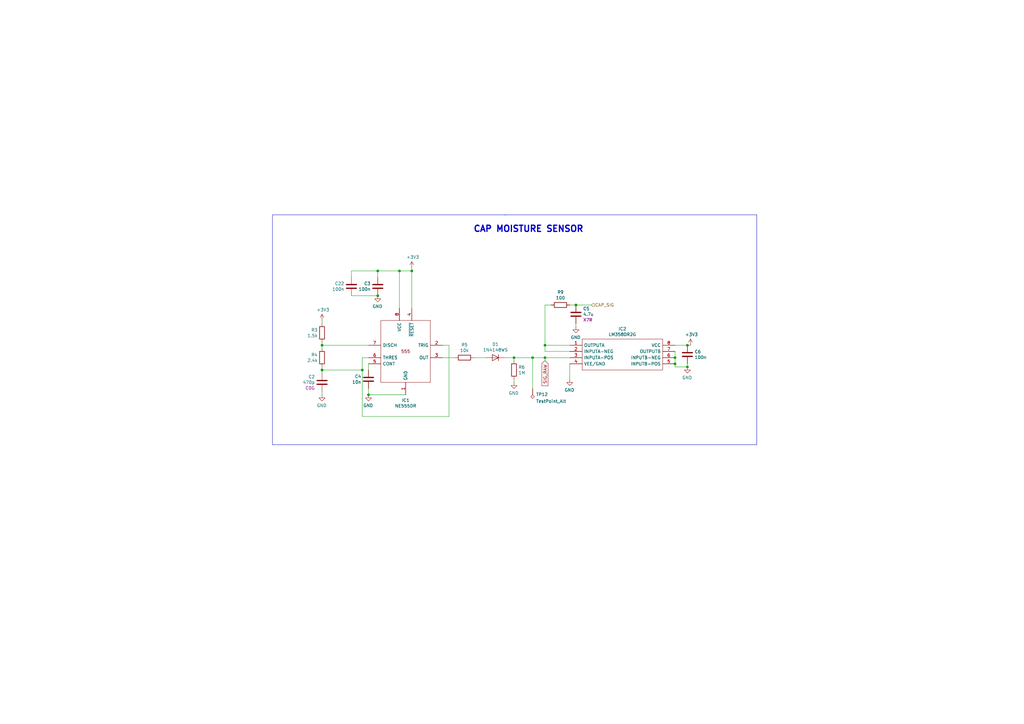
<source format=kicad_sch>
(kicad_sch (version 20231120) (generator "eeschema") (generator_version "8.0")
  (paper "A3")
  (title_block (title "Plant Bot") (date "2025-01-11") (rev "F"))
  (lib_symbols
    (symbol "Capacitor_JLC:100n" (pin_numbers hide) (pin_names (offset 0.254))
      (property "Reference" "C" (at 0.635 2.54 0))
      (property "Value" "100n" (at 0.635 -2.54 0))
      (symbol "100n_0_1"
        (polyline (pts (xy -2.032 -0.762) (xy 2.032 -0.762)) (stroke (width 0.508)))
        (polyline (pts (xy -2.032 0.762) (xy 2.032 0.762)) (stroke (width 0.508)))
      )
      (symbol "100n_1_1"
        (pin passive line (at 0 3.81 270) (length 2.794) (name "~") (number "1"))
        (pin passive line (at 0 -3.81 90) (length 2.794) (name "~") (number "2"))
      )
    )
    (symbol "Capacitor_JLC:10n" (pin_numbers hide) (pin_names (offset 0.254))
      (property "Reference" "C" (at 0.635 2.54 0))
      (property "Value" "10n" (at 0.635 -2.54 0))
      (symbol "10n_0_1"
        (polyline (pts (xy -2.032 -0.762) (xy 2.032 -0.762)) (stroke (width 0.508)))
        (polyline (pts (xy -2.032 0.762) (xy 2.032 0.762)) (stroke (width 0.508)))
      )
      (symbol "10n_1_1"
        (pin passive line (at 0 3.81 270) (length 2.794) (name "~") (number "1"))
        (pin passive line (at 0 -3.81 90) (length 2.794) (name "~") (number "2"))
      )
    )
    (symbol "Capacitor_JLC:4.7u" (pin_numbers hide) (pin_names (offset 0.254))
      (property "Reference" "C" (at 0.635 2.54 0))
      (property "Value" "4.7u" (at 0.635 -2.54 0))
      (property "Type" "X7R" (at 0 0 0))
      (symbol "4.7u_0_1"
        (polyline (pts (xy -2.032 -0.762) (xy 2.032 -0.762)) (stroke (width 0.508)))
        (polyline (pts (xy -2.032 0.762) (xy 2.032 0.762)) (stroke (width 0.508)))
      )
      (symbol "4.7u_1_1"
        (pin passive line (at 0 3.81 270) (length 2.794) (name "~") (number "1"))
        (pin passive line (at 0 -3.81 90) (length 2.794) (name "~") (number "2"))
      )
    )
    (symbol "Capacitor_JLC:470p" (pin_numbers hide) (pin_names (offset 0.254))
      (property "Reference" "C" (at 0.635 2.54 0))
      (property "Value" "470p" (at 0.635 -2.54 0))
      (property "Type" "C0G" (at 0 0 0))
      (symbol "470p_0_1"
        (polyline (pts (xy -2.032 -0.762) (xy 2.032 -0.762)) (stroke (width 0.508)))
        (polyline (pts (xy -2.032 0.762) (xy 2.032 0.762)) (stroke (width 0.508)))
      )
      (symbol "470p_1_1"
        (pin passive line (at 0 3.81 270) (length 2.794) (name "~") (number "1"))
        (pin passive line (at 0 -3.81 90) (length 2.794) (name "~") (number "2"))
      )
    )
    (symbol "Diode_JLC:1N4148WS" (pin_numbers hide) (pin_names (offset 1.016) hide)
      (property "Reference" "D" (at 0 2.54 0))
      (property "Value" "1N4148WS" (at 0 -2.54 0))
      (symbol "1N4148WS_0_1"
        (polyline (pts (xy -1.27 1.27) (xy -1.27 -1.27)) (stroke (width 0.2032)))
        (polyline (pts (xy 1.27 0) (xy -1.27 0)))
        (polyline (pts (xy 1.27 1.27) (xy 1.27 -1.27) (xy -1.27 0) (xy 1.27 1.27)) (stroke (width 0.2032)))
      )
      (symbol "1N4148WS_1_1"
        (pin passive line (at -3.81 0 0) (length 2.54) (name "K") (number "1"))
        (pin passive line (at 3.81 0 180) (length 2.54) (name "A") (number "2"))
      )
    )
    (symbol "Misc_JLC:NE555DR" (pin_names (offset 0.762))
      (property "Reference" "IC" (at 25.4 17.78 0))
      (property "Value" "NE555DR" (at 25.4 15.24 0))
      (symbol "NE555DR_0_0"
        (pin power_in line (at 15.24 -20.32 90) (length 5.08) (name "GND") (number "1"))
        (pin input line (at 0 0 0) (length 5.08) (name "TRIG") (number "2"))
        (pin output line (at 0 -5.08 0) (length 5.08) (name "OUT") (number "3"))
        (pin input line (at 12.7 15.24 270) (length 5.08) (name "~{RESET}") (number "4"))
        (pin bidirectional line (at 30.48 -7.62 180) (length 5.08) (name "CONT") (number "5"))
        (pin input line (at 30.48 -5.08 180) (length 5.08) (name "THRES") (number "6"))
        (pin output line (at 30.48 0 180) (length 5.08) (name "DISCH") (number "7"))
        (pin power_in line (at 17.78 15.24 270) (length 5.08) (name "VCC") (number "8"))
      )
      (symbol "NE555DR_0_1"
        (polyline (pts (xy 5.08 10.16) (xy 25.4 10.16) (xy 25.4 -15.24) (xy 5.08 -15.24) (xy 5.08 10.16)) (stroke (width 0.1524)))
        (text "555" (at 15.24 -2.54 0) (effects (font (size 1.27 1.27))))
      )
    )
    (symbol "Power-Drivers_JLC:LM358DR2G" (pin_names (offset 0.762))
      (property "Reference" "IC" (at 39.37 7.62 0))
      (property "Value" "LM358DR2G" (at 39.37 5.08 0))
      (symbol "LM358DR2G_0_0"
        (pin output line (at 0 0 0) (length 5.08) (name "OUTPUTA") (number "1"))
        (pin input line (at 0 -2.54 0) (length 5.08) (name "INPUTA-NEG") (number "2"))
        (pin input line (at 0 -5.08 0) (length 5.08) (name "INPUTA-POS") (number "3"))
        (pin power_in line (at 0 -7.62 0) (length 5.08) (name "VEE/GND") (number "4"))
        (pin input line (at 43.18 -7.62 180) (length 5.08) (name "INPUTB-POS") (number "5"))
        (pin input line (at 43.18 -5.08 180) (length 5.08) (name "INPUTB-NEG") (number "6"))
        (pin output line (at 43.18 -2.54 180) (length 5.08) (name "OUTPUTB") (number "7"))
        (pin power_in line (at 43.18 0 180) (length 5.08) (name "VCC") (number "8"))
      )
      (symbol "LM358DR2G_0_1"
        (polyline (pts (xy 5.08 2.54) (xy 38.1 2.54) (xy 38.1 -10.16) (xy 5.08 -10.16) (xy 5.08 2.54)) (stroke (width 0.1524)))
      )
    )
    (symbol "Resistor_JLC:1.5k" (pin_numbers hide) (pin_names (offset 0))
      (property "Reference" "R" (at 2.032 0 90))
      (property "Value" "1.5k" (at 0 0 90))
      (symbol "1.5k_0_1"
        (rectangle (start -1.016 -2.54) (end 1.016 2.54) (stroke (width 0.254)))
      )
      (symbol "1.5k_1_1"
        (pin passive line (at 0 3.81 270) (length 1.27) (name "~") (number "1"))
        (pin passive line (at 0 -3.81 90) (length 1.27) (name "~") (number "2"))
      )
    )
    (symbol "Resistor_JLC:100" (pin_numbers hide) (pin_names (offset 0))
      (property "Reference" "R" (at 2.032 0 90))
      (property "Value" "100" (at 0 0 90))
      (symbol "100_0_1"
        (rectangle (start -1.016 -2.54) (end 1.016 2.54) (stroke (width 0.254)))
      )
      (symbol "100_1_1"
        (pin passive line (at 0 3.81 270) (length 1.27) (name "~") (number "1"))
        (pin passive line (at 0 -3.81 90) (length 1.27) (name "~") (number "2"))
      )
    )
    (symbol "Resistor_JLC:10k" (pin_numbers hide) (pin_names (offset 0))
      (property "Reference" "R" (at 2.032 0 90))
      (property "Value" "10k" (at 0 0 90))
      (symbol "10k_0_1"
        (rectangle (start -1.016 -2.54) (end 1.016 2.54) (stroke (width 0.254)))
      )
      (symbol "10k_1_1"
        (pin passive line (at 0 3.81 270) (length 1.27) (name "~") (number "1"))
        (pin passive line (at 0 -3.81 90) (length 1.27) (name "~") (number "2"))
      )
    )
    (symbol "Resistor_JLC:1M" (pin_numbers hide) (pin_names (offset 0))
      (property "Reference" "R" (at 2.032 0 90))
      (property "Value" "1M" (at 0 0 90))
      (symbol "1M_0_1"
        (rectangle (start -1.016 -2.54) (end 1.016 2.54) (stroke (width 0.254)))
      )
      (symbol "1M_1_1"
        (pin passive line (at 0 3.81 270) (length 1.27) (name "~") (number "1"))
        (pin passive line (at 0 -3.81 90) (length 1.27) (name "~") (number "2"))
      )
    )
    (symbol "Resistor_JLC:2.4k" (pin_numbers hide) (pin_names (offset 0))
      (property "Reference" "R" (at 2.032 0 90))
      (property "Value" "2.4k" (at 0 0 90))
      (symbol "2.4k_0_1"
        (rectangle (start -1.016 -2.54) (end 1.016 2.54) (stroke (width 0.254)))
      )
      (symbol "2.4k_1_1"
        (pin passive line (at 0 3.81 270) (length 1.27) (name "~") (number "1"))
        (pin passive line (at 0 -3.81 90) (length 1.27) (name "~") (number "2"))
      )
    )
    (symbol "personal:TestPoint_Alt" (pin_numbers hide) (pin_names (offset 0.762) hide)
      (property "Reference" "TP" (at 0 6.858 0))
      (property "Value" "TestPoint_Alt" (at 0 5.08 0))
      (symbol "TestPoint_Alt_0_1"
        (polyline (pts (xy 0 2.54) (xy -0.762 3.302) (xy 0 4.064) (xy 0.762 3.302) (xy 0 2.54)))
      )
      (symbol "TestPoint_Alt_1_1"
        (pin passive line (at 0 0 90) (length 2.54) (name "1") (number "1"))
      )
    )
    (symbol "power:+3V3" (power) (pin_names (offset 0))
      (property "Value" "+3V3" (at 0 3.556 0))
      (symbol "+3V3_0_1"
        (polyline (pts (xy -0.762 1.27) (xy 0 2.54)))
        (polyline (pts (xy 0 0) (xy 0 2.54)))
        (polyline (pts (xy 0 2.54) (xy 0.762 1.27)))
      )
      (symbol "+3V3_1_1"
        (pin power_in line (at 0 0 90) (length 0) hide (name "+3V3") (number "1"))
      )
    )
    (symbol "power:GND" (power) (pin_names (offset 0))
      (property "Value" "GND" (at 0 -3.81 0))
      (symbol "GND_0_1"
        (polyline (pts (xy 0 0) (xy 0 -1.27) (xy 1.27 -1.27) (xy 0 -2.54) (xy -1.27 -1.27) (xy 0 -1.27)))
      )
      (symbol "GND_1_1"
        (pin power_in line (at 0 0 270) (length 0) hide (name "GND") (number "1"))
      )
    )
  )
  (junction (at 210.82 146.685))
  (junction (at 168.91 111.125))
  (junction (at 132.08 141.605))
  (junction (at 163.83 111.125))
  (junction (at 281.94 150.495))
  (junction (at 281.94 141.605))
  (junction (at 236.22 125.095))
  (junction (at 223.52 146.685))
  (junction (at 151.13 161.925))
  (junction (at 276.86 149.225))
  (junction (at 154.94 121.285))
  (junction (at 276.86 146.685))
  (junction (at 154.94 111.125))
  (junction (at 223.52 141.605))
  (junction (at 218.44 146.685))
  (junction (at 132.08 151.765))
  (junction (at 148.59 151.765))
  (wire (pts (xy 276.86 141.605) (xy 281.94 141.605)))
  (wire (pts (xy 210.82 146.685) (xy 210.82 147.955)))
  (wire (pts (xy 210.82 156.845) (xy 210.82 155.575)))
  (wire (pts (xy 168.91 111.125) (xy 168.91 126.365)))
  (wire (pts (xy 218.44 159.385) (xy 218.44 146.685)))
  (wire (pts (xy 236.22 125.095) (xy 242.57 125.095)))
  (wire (pts (xy 184.15 141.605) (xy 184.15 170.815)))
  (wire (pts (xy 132.08 141.605) (xy 132.08 142.875)))
  (polyline (pts (xy 111.76 88.138) (xy 207.518 88.138)))
  (wire (pts (xy 223.52 146.685) (xy 223.52 147.955)))
  (polyline (pts (xy 310.388 88.138) (xy 310.388 182.372)))
  (polyline (pts (xy 207.01 88.138) (xy 310.388 88.138)))
  (polyline (pts (xy 310.388 182.372) (xy 111.76 182.372)))
  (wire (pts (xy 223.52 144.145) (xy 223.52 141.605)))
  (wire (pts (xy 132.08 160.655) (xy 132.08 161.925)))
  (wire (pts (xy 132.08 151.765) (xy 132.08 153.035)))
  (wire (pts (xy 233.68 125.095) (xy 236.22 125.095)))
  (wire (pts (xy 223.52 125.095) (xy 223.52 141.605)))
  (wire (pts (xy 144.145 111.125) (xy 144.145 113.665)))
  (wire (pts (xy 181.61 146.685) (xy 186.69 146.685)))
  (wire (pts (xy 223.52 146.685) (xy 233.68 146.685)))
  (polyline (pts (xy 111.76 182.372) (xy 111.76 88.138)))
  (wire (pts (xy 223.52 144.145) (xy 233.68 144.145)))
  (wire (pts (xy 281.94 149.225) (xy 281.94 150.495)))
  (wire (pts (xy 210.82 146.685) (xy 218.44 146.685)))
  (wire (pts (xy 184.15 170.815) (xy 148.59 170.815)))
  (wire (pts (xy 132.08 140.335) (xy 132.08 141.605)))
  (wire (pts (xy 194.31 146.685) (xy 199.39 146.685)))
  (wire (pts (xy 223.52 141.605) (xy 233.68 141.605)))
  (wire (pts (xy 210.82 146.685) (xy 207.01 146.685)))
  (wire (pts (xy 218.44 146.685) (xy 223.52 146.685)))
  (wire (pts (xy 132.08 150.495) (xy 132.08 151.765)))
  (wire (pts (xy 148.59 151.765) (xy 148.59 170.815)))
  (wire (pts (xy 166.37 161.925) (xy 151.13 161.925)))
  (wire (pts (xy 163.83 111.125) (xy 168.91 111.125)))
  (wire (pts (xy 163.83 126.365) (xy 163.83 111.125)))
  (wire (pts (xy 148.59 146.685) (xy 151.13 146.685)))
  (wire (pts (xy 151.13 149.225) (xy 151.13 151.765)))
  (wire (pts (xy 168.91 109.855) (xy 168.91 111.125)))
  (wire (pts (xy 144.145 121.285) (xy 154.94 121.285)))
  (wire (pts (xy 132.08 151.765) (xy 148.59 151.765)))
  (wire (pts (xy 144.145 111.125) (xy 154.94 111.125)))
  (wire (pts (xy 151.13 141.605) (xy 132.08 141.605)))
  (wire (pts (xy 148.59 146.685) (xy 148.59 151.765)))
  (wire (pts (xy 276.86 149.225) (xy 276.86 150.495)))
  (wire (pts (xy 233.68 149.225) (xy 233.68 155.575)))
  (wire (pts (xy 132.08 131.445) (xy 132.08 132.715)))
  (wire (pts (xy 276.86 144.145) (xy 276.86 146.685)))
  (wire (pts (xy 236.22 132.715) (xy 236.22 133.985)))
  (wire (pts (xy 276.86 146.685) (xy 276.86 149.225)))
  (wire (pts (xy 276.86 150.495) (xy 281.94 150.495)))
  (wire (pts (xy 154.94 111.125) (xy 163.83 111.125)))
  (wire (pts (xy 281.94 141.605) (xy 283.21 141.605)))
  (wire (pts (xy 181.61 141.605) (xy 184.15 141.605)))
  (wire (pts (xy 154.94 111.125) (xy 154.94 113.665)))
  (wire (pts (xy 223.52 125.095) (xy 226.06 125.095)))
  (wire (pts (xy 151.13 161.925) (xy 151.13 159.385)))
  (text "CAP MOISTURE SENSOR" (at 194.056 95.504 0) (effects (font (size 2.54 2.54) (thickness 0.508) (bold yes)) (justify left bottom)))
  (global_label "SIG_RAW" (shape input) (at 223.52 147.955 270) (property "Intersheetrefs" "${INTERSHEET_REFS}" (effects (hide yes))))
  (hierarchical_label "CAP_SIG" (shape input) (at 242.57 125.095 0))
  (symbol (lib_id "power:GND") (at 233.68 155.575 0) (mirror y) (unit 1)
    (property "Reference" "#PWR0107" (effects (hide yes)))
    (property "Value" "GND" (at 233.553 159.9692 0))
  )
  (symbol (lib_id "Resistor_JLC:10k") (at 190.5 146.685 270) (unit 1)
    (property "Reference" "R5" (at 190.5 141.4272 90))
    (property "Value" "10k" (at 190.5 143.7386 90))
    (property "Footprint" "Resistor_SMD:R_0402_1005Metric" (effects (hide yes)))
    (property "LCSC" "C25744" (effects (hide yes)))
  )
  (symbol (lib_id "Capacitor_JLC:4.7u") (at 236.22 128.905 0) (unit 1)
    (property "Reference" "C5" (at 239.141 126.5936 0) (effects (justify left)))
    (property "Value" "4.7u" (at 239.141 128.905 0) (effects (justify left)))
    (property "Footprint" "Capacitor_SMD:C_1206_3216Metric" (effects (hide yes)))
    (property "Type" "X7R" (at 239.141 131.2164 0) (effects (justify left)))
    (property "LCSC" "C29823" (effects (hide yes)))
    (property "Rating" "50V" (effects (hide yes)))
  )
  (symbol (lib_id "Resistor_JLC:1.5k") (at 132.08 136.525 0) (mirror y) (unit 1)
    (property "Reference" "R3" (at 130.302 135.3566 0) (effects (justify left)))
    (property "Value" "1.5k" (at 130.302 137.668 0) (effects (justify left)))
    (property "Footprint" "Resistor_SMD:R_0402_1005Metric" (effects (hide yes)))
    (property "LCSC" "C25867" (effects (hide yes)))
  )
  (symbol (lib_id "Resistor_JLC:2.4k") (at 132.08 146.685 0) (mirror y) (unit 1)
    (property "Reference" "R4" (at 130.302 145.5166 0) (effects (justify left)))
    (property "Value" "2.4k" (at 130.302 147.828 0) (effects (justify left)))
    (property "Footprint" "Resistor_SMD:R_0402_1005Metric" (effects (hide yes)))
    (property "LCSC" "C25882" (effects (hide yes)))
  )
  (symbol (lib_id "Resistor_JLC:100") (at 229.87 125.095 90) (unit 1)
    (property "Reference" "R9" (at 229.87 119.8372 90))
    (property "Value" "100" (at 229.87 122.1486 90))
    (property "Footprint" "Resistor_SMD:R_0402_1005Metric" (effects (hide yes)))
    (property "LCSC" "C25076" (effects (hide yes)))
  )
  (symbol (lib_id "power:GND") (at 132.08 161.925 0) (mirror y) (unit 1)
    (property "Reference" "#PWR0115" (effects (hide yes)))
    (property "Value" "GND" (at 131.953 166.3192 0))
  )
  (symbol (lib_id "Capacitor_JLC:470p") (at 132.08 156.845 0) (mirror y) (unit 1)
    (property "Reference" "C2" (at 129.159 154.5336 0) (effects (justify left)))
    (property "Value" "470p" (at 129.159 156.845 0) (effects (justify left)))
    (property "Footprint" "Capacitor_SMD:C_0603_1608Metric" (effects (hide yes)))
    (property "Type" "C0G" (at 129.159 159.1564 0) (effects (justify left)))
    (property "LCSC" "C1620 " (effects (hide yes)))
    (property "Rating" "25V" (effects (hide yes)))
  )
  (symbol (lib_id "personal:TestPoint_Alt") (at 218.44 159.385 180) (unit 1)
    (property "Reference" "TP12" (at 219.837 161.7785 0) (effects (justify right)))
    (property "Value" "TestPoint_Alt" (at 219.837 164.5536 0) (effects (justify right)))
    (property "Footprint" "TestPoint:TestPoint_Pad_1.0x1.0mm" (effects (hide yes)))
  )
  (symbol (lib_id "power:GND") (at 236.22 133.985 0) (mirror y) (unit 1)
    (property "Reference" "#PWR0110" (effects (hide yes)))
    (property "Value" "GND" (at 236.093 138.3792 0))
  )
  (symbol (lib_id "Resistor_JLC:1M") (at 210.82 151.765 0) (unit 1)
    (property "Reference" "R6" (at 212.598 150.5966 0) (effects (justify left)))
    (property "Value" "1M" (at 212.598 152.908 0) (effects (justify left)))
    (property "Footprint" "Resistor_SMD:R_0402_1005Metric" (effects (hide yes)))
    (property "LCSC" "C26083" (effects (hide yes)))
  )
  (symbol (lib_id "power:+3V3") (at 132.08 131.445 0) (unit 1)
    (property "Reference" "#PWR0116" (effects (hide yes)))
    (property "Value" "+3V3" (at 132.461 127.0508 0))
  )
  (symbol (lib_id "power:GND") (at 281.94 150.495 0) (mirror y) (unit 1)
    (property "Reference" "#PWR0106" (effects (hide yes)))
    (property "Value" "GND" (at 281.813 154.8892 0))
  )
  (symbol (lib_id "power:+3V3") (at 168.91 109.855 0) (unit 1)
    (property "Reference" "#PWR0113" (effects (hide yes)))
    (property "Value" "+3V3" (at 169.291 105.4608 0))
  )
  (symbol (lib_id "Capacitor_JLC:10n") (at 151.13 155.575 0) (mirror y) (unit 1)
    (property "Reference" "C4" (at 148.209 154.4066 0) (effects (justify left)))
    (property "Value" "10n" (at 148.209 156.718 0) (effects (justify left)))
    (property "Footprint" "Capacitor_SMD:C_0402_1005Metric" (effects (hide yes)))
    (property "Type" "X7R" (effects (hide yes)))
    (property "LCSC" "C15195" (effects (hide yes)))
  )
  (symbol (lib_id "Misc_JLC:NE555DR") (at 181.61 141.605 0) (mirror y) (unit 1)
    (property "Reference" "IC1" (at 166.37 164.1856 0))
    (property "Value" "NE555DR" (at 166.37 166.497 0))
    (property "Footprint" "SOIC127P600X175-8N" (effects (hide yes)))
    (property "Datasheet" "http://www.ti.com/lit/ds/symlink/ne555.pdf" (effects (hide yes)))
    (property "Description" "Single Precision Timer" (effects (hide yes)))
    (property "Height" "1.75" (effects (hide yes)))
    (property "Manufacturer_Name" "Texas Instruments" (effects (hide yes)))
    (property "Manufacturer_Part_Number" "NE555DR" (effects (hide yes)))
    (property "Mouser Part Number" "595-NE555DR" (effects (hide yes)))
    (property "Mouser Price/Stock" "https://www.mouser.com/Search/Refine.aspx?Keyword=595-NE555DR" (effects (hide yes)))
    (property "RS Part Number" "1977392" (effects (hide yes)))
    (property "RS Price/Stock" "http://uk.rs-online.com/web/p/products/1977392" (effects (hide yes)))
    (property "LCSC" "C7593" (effects (hide yes)))
  )
  (symbol (lib_id "Capacitor_JLC:100n") (at 281.94 145.415 0) (unit 1)
    (property "Reference" "C6" (at 284.861 144.2466 0) (effects (justify left)))
    (property "Value" "100n" (at 284.861 146.558 0) (effects (justify left)))
    (property "Footprint" "Capacitor_SMD:C_0402_1005Metric" (effects (hide yes)))
    (property "Type" "X7R" (effects (hide yes)))
    (property "LCSC" "C307331" (effects (hide yes)))
  )
  (symbol (lib_id "power:+3V3") (at 283.21 141.605 0) (unit 1)
    (property "Reference" "#PWR0109" (effects (hide yes)))
    (property "Value" "+3V3" (at 283.591 137.2108 0))
  )
  (symbol (lib_id "Power-Drivers_JLC:LM358DR2G") (at 233.68 141.605 0) (unit 1)
    (property "Reference" "IC2" (at 255.27 134.874 0))
    (property "Value" "LM358DR2G" (at 255.27 137.1854 0))
    (property "Footprint" "SOIC127P600X175-8N" (effects (hide yes)))
    (property "Datasheet" "http://www.onsemi.com/pub/Collateral/LM358-D.PDF" (effects (hide yes)))
    (property "Description" "LM358DR2G, Dual Operational Amplifier 5 to 28V, 8-Pin SOIC" (effects (hide yes)))
    (property "Height" "1.75" (effects (hide yes)))
    (property "Mouser Part Number" "863-LM358DR2G" (effects (hide yes)))
    (property "Mouser Price/Stock" "https://www.mouser.co.uk/ProductDetail/ON-Semiconductor/LM358DR2G?qs=2OtswVQKCOFTvDtJvQ3XHw%3D%3D" (effects (hide yes)))
    (property "Manufacturer_Name" "ON Semiconductor" (effects (hide yes)))
    (property "Manufacturer_Part_Number" "LM358DR2G" (effects (hide yes)))
    (property "LCSC" "C7950" (effects (hide yes)))
  )
  (symbol (lib_id "Capacitor_JLC:100n") (at 144.145 117.475 0) (mirror y) (unit 1)
    (property "Reference" "C22" (at 141.224 116.3066 0) (effects (justify left)))
    (property "Value" "100n" (at 141.224 118.618 0) (effects (justify left)))
    (property "Footprint" "Capacitor_SMD:C_0402_1005Metric" (effects (hide yes)))
    (property "Type" "X7R" (effects (hide yes)))
    (property "LCSC" "C307331" (effects (hide yes)))
  )
  (symbol (lib_id "power:GND") (at 154.94 121.285 0) (mirror y) (unit 1)
    (property "Reference" "#PWR0112" (effects (hide yes)))
    (property "Value" "GND" (at 154.813 125.6792 0))
  )
  (symbol (lib_id "power:GND") (at 210.82 156.845 0) (mirror y) (unit 1)
    (property "Reference" "#PWR0111" (effects (hide yes)))
    (property "Value" "GND" (at 210.693 161.2392 0))
  )
  (symbol (lib_id "power:GND") (at 151.13 161.925 0) (mirror y) (unit 1)
    (property "Reference" "#PWR0114" (effects (hide yes)))
    (property "Value" "GND" (at 151.003 166.3192 0))
  )
  (symbol (lib_id "Diode_JLC:1N4148WS") (at 203.2 146.685 180) (unit 1)
    (property "Reference" "D1" (at 203.2 141.1986 0))
    (property "Value" "1N4148WS" (at 203.2 143.51 0))
    (property "Footprint" "Diode_SMD:D_SOD-323F" (effects (hide yes)))
    (property "LCSC" "C2128" (effects (hide yes)))
  )
  (symbol (lib_id "Capacitor_JLC:100n") (at 154.94 117.475 0) (mirror y) (unit 1)
    (property "Reference" "C3" (at 152.019 116.3066 0) (effects (justify left)))
    (property "Value" "100n" (at 152.019 118.618 0) (effects (justify left)))
    (property "Footprint" "Capacitor_SMD:C_0402_1005Metric" (effects (hide yes)))
    (property "Type" "X7R" (effects (hide yes)))
    (property "LCSC" "C307331" (effects (hide yes)))
  )
)
</source>
